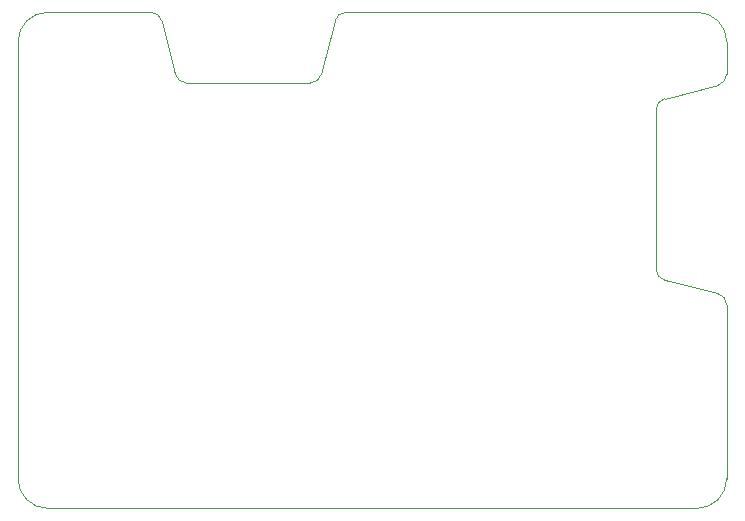
<source format=gm1>
%TF.GenerationSoftware,KiCad,Pcbnew,9.0.2*%
%TF.CreationDate,2025-06-17T20:14:42+02:00*%
%TF.ProjectId,elrs_tx_full,656c7273-5f74-4785-9f66-756c6c2e6b69,rev?*%
%TF.SameCoordinates,Original*%
%TF.FileFunction,Profile,NP*%
%FSLAX46Y46*%
G04 Gerber Fmt 4.6, Leading zero omitted, Abs format (unit mm)*
G04 Created by KiCad (PCBNEW 9.0.2) date 2025-06-17 20:14:42*
%MOMM*%
%LPD*%
G01*
G04 APERTURE LIST*
%TA.AperFunction,Profile*%
%ADD10C,0.050000*%
%TD*%
G04 APERTURE END LIST*
D10*
X94280776Y-46000000D02*
G75*
G02*
X93310583Y-45242549I24J1000100D01*
G01*
X91219224Y-40000000D02*
G75*
G02*
X92189344Y-40757470I-24J-1000000D01*
G01*
X137500000Y-82000000D02*
X82500000Y-82000000D01*
X82500000Y-82000000D02*
G75*
G02*
X80000000Y-79500000I0J2500000D01*
G01*
X105689366Y-45242536D02*
G75*
G02*
X104719224Y-46000023I-970166J242536D01*
G01*
X139242536Y-46189366D02*
X134757464Y-47310634D01*
X140000000Y-45219224D02*
G75*
G02*
X139242549Y-46189417I-1000100J24D01*
G01*
X106810634Y-40757464D02*
G75*
G02*
X107780776Y-39999977I970166J-242536D01*
G01*
X134757464Y-62689366D02*
X139242536Y-63810634D01*
X105689366Y-45242536D02*
X106810634Y-40757464D01*
X134757464Y-62689366D02*
G75*
G02*
X133999977Y-61719224I242536J970166D01*
G01*
X107780776Y-40000000D02*
X137500000Y-40000000D01*
X82500000Y-40000000D02*
X91219224Y-40000000D01*
X92189366Y-40757464D02*
X93310634Y-45242536D01*
X140000000Y-64780776D02*
X140000000Y-79500000D01*
X139242536Y-63810634D02*
G75*
G02*
X140000023Y-64780776I-242536J-970166D01*
G01*
X80000000Y-79500000D02*
X80000000Y-42500000D01*
X140000000Y-45219224D02*
X140000000Y-42500000D01*
X134000000Y-48280776D02*
X134000000Y-61719224D01*
X94280776Y-46000000D02*
X104719224Y-46000000D01*
X134000000Y-48280776D02*
G75*
G02*
X134757451Y-47310583I1000100J-24D01*
G01*
X80000000Y-42500000D02*
G75*
G02*
X82500000Y-40000000I2500000J0D01*
G01*
X140000000Y-79500000D02*
G75*
G02*
X137500000Y-82000000I-2500000J0D01*
G01*
X137500000Y-40000000D02*
G75*
G02*
X140000000Y-42500000I0J-2500000D01*
G01*
M02*

</source>
